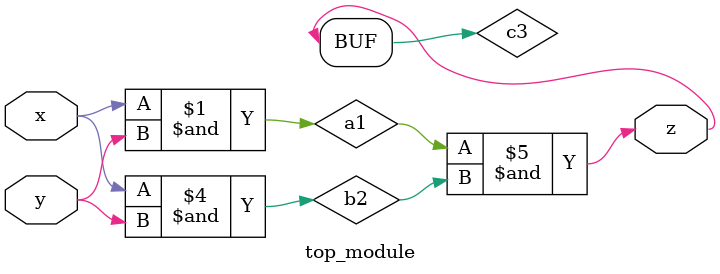
<source format=sv>
module top_module(
    input x,
    input y,
    output z
);

    wire a1, b1, a2, b2, c3;

    // First gate
    and(a1, x, y);
    and(b1, y, x);

    // Second gate
    and(a2, y, x);
    and(b2, x, y);

    // Third gate
    and(c3, a1, b2);
    or(z, c3);

endmodule

</source>
